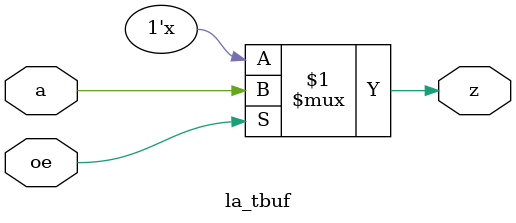
<source format=v>

module la_tbuf #(parameter PROP = "DEFAULT")  (
   input  a,
   input  oe,
   output z
   );

   assign z = oe ? a : 1'bz;

endmodule

</source>
